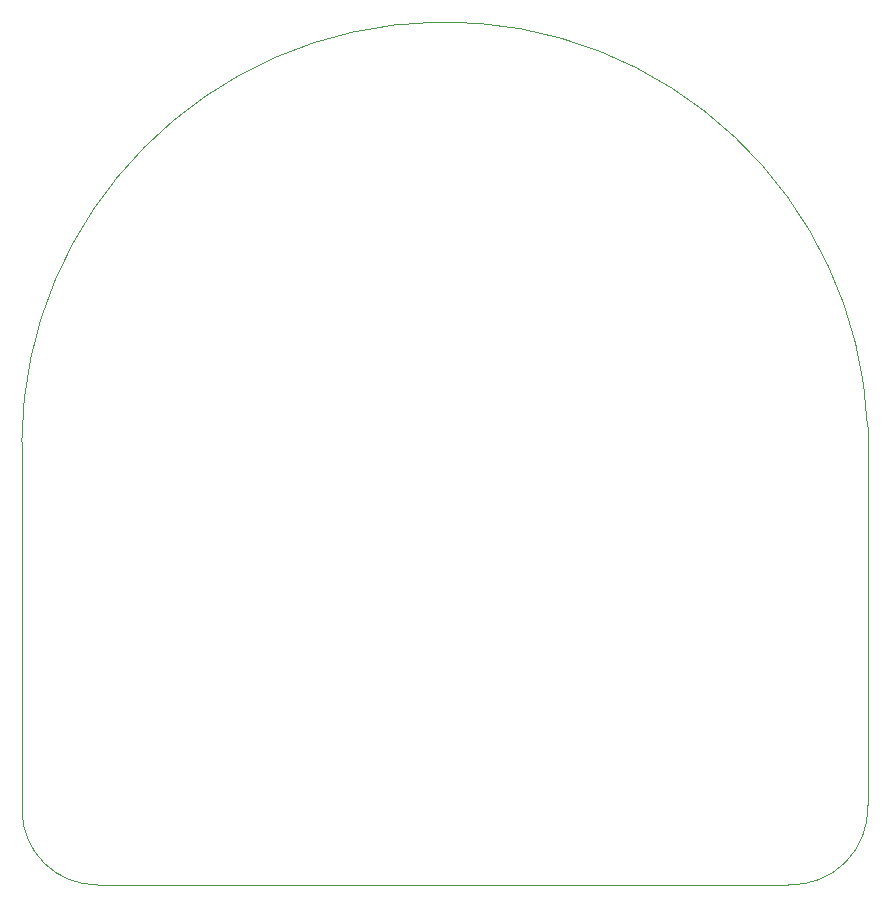
<source format=gbr>
%TF.GenerationSoftware,KiCad,Pcbnew,7.0.2*%
%TF.CreationDate,2023-05-25T17:28:33+02:00*%
%TF.ProjectId,robot2,726f626f-7432-42e6-9b69-6361645f7063,rev?*%
%TF.SameCoordinates,Original*%
%TF.FileFunction,Profile,NP*%
%FSLAX46Y46*%
G04 Gerber Fmt 4.6, Leading zero omitted, Abs format (unit mm)*
G04 Created by KiCad (PCBNEW 7.0.2) date 2023-05-25 17:28:33*
%MOMM*%
%LPD*%
G01*
G04 APERTURE LIST*
%TA.AperFunction,Profile*%
%ADD10C,0.100000*%
%TD*%
G04 APERTURE END LIST*
D10*
X112654166Y-129610001D02*
G75*
G03*
X119115285Y-135949999I6341134J1D01*
G01*
X184245280Y-97180178D02*
G75*
G03*
X112639477Y-98473397I-35786790J-1538692D01*
G01*
X119115285Y-135949999D02*
X177535285Y-135950178D01*
X177535285Y-135950187D02*
G75*
G03*
X184270000Y-129210000I240195J6494717D01*
G01*
X112654151Y-129610001D02*
X112639477Y-98473397D01*
X184270000Y-129210000D02*
X184245284Y-97180178D01*
M02*

</source>
